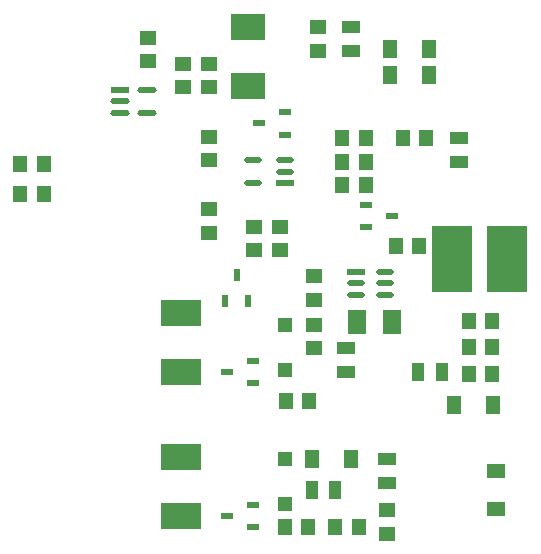
<source format=gtp>
G04*
G04 #@! TF.GenerationSoftware,Altium Limited,Altium Designer,24.10.1 (45)*
G04*
G04 Layer_Color=8421504*
%FSLAX24Y24*%
%MOIN*%
G70*
G04*
G04 #@! TF.SameCoordinates,A2B8B827-00CD-4321-91CD-3D45FF0E1E4C*
G04*
G04*
G04 #@! TF.FilePolarity,Positive*
G04*
G01*
G75*
G04:AMPARAMS|DCode=22|XSize=60.6mil|YSize=19.7mil|CornerRadius=9.8mil|HoleSize=0mil|Usage=FLASHONLY|Rotation=0.000|XOffset=0mil|YOffset=0mil|HoleType=Round|Shape=RoundedRectangle|*
%AMROUNDEDRECTD22*
21,1,0.0606,0.0000,0,0,0.0*
21,1,0.0409,0.0197,0,0,0.0*
1,1,0.0197,0.0205,0.0000*
1,1,0.0197,-0.0205,0.0000*
1,1,0.0197,-0.0205,0.0000*
1,1,0.0197,0.0205,0.0000*
%
%ADD22ROUNDEDRECTD22*%
%ADD23R,0.0606X0.0197*%
%ADD24R,0.0645X0.0197*%
G04:AMPARAMS|DCode=25|XSize=64.5mil|YSize=19.7mil|CornerRadius=9.8mil|HoleSize=0mil|Usage=FLASHONLY|Rotation=0.000|XOffset=0mil|YOffset=0mil|HoleType=Round|Shape=RoundedRectangle|*
%AMROUNDEDRECTD25*
21,1,0.0645,0.0000,0,0,0.0*
21,1,0.0448,0.0197,0,0,0.0*
1,1,0.0197,0.0224,0.0000*
1,1,0.0197,-0.0224,0.0000*
1,1,0.0197,-0.0224,0.0000*
1,1,0.0197,0.0224,0.0000*
%
%ADD25ROUNDEDRECTD25*%
%ADD26R,0.0591X0.0394*%
%ADD27R,0.0394X0.0591*%
%ADD28R,0.0472X0.0591*%
%ADD29R,0.0591X0.0472*%
%ADD30R,0.1181X0.0906*%
%ADD31R,0.1378X0.0906*%
%ADD32R,0.0394X0.0236*%
%ADD33R,0.0236X0.0394*%
%ADD34R,0.0480X0.0472*%
%ADD35R,0.1378X0.2244*%
%ADD36R,0.0551X0.0472*%
%ADD37R,0.0472X0.0551*%
%ADD38R,0.0630X0.0787*%
%ADD39R,0.0472X0.0551*%
%ADD40R,0.0551X0.0472*%
D22*
X12762Y11949D02*
D03*
Y11575D02*
D03*
Y11201D02*
D03*
X11805D02*
D03*
Y11575D02*
D03*
X8354Y14921D02*
D03*
Y15669D02*
D03*
X9409D02*
D03*
Y15295D02*
D03*
D23*
X11805Y11949D02*
D03*
X9409Y14921D02*
D03*
D24*
X3911Y18012D02*
D03*
D25*
Y17638D02*
D03*
Y17264D02*
D03*
X4829D02*
D03*
Y18012D02*
D03*
D26*
X11457Y8622D02*
D03*
Y9409D02*
D03*
X11614Y19331D02*
D03*
Y20118D02*
D03*
X12835Y4921D02*
D03*
Y5709D02*
D03*
X15236Y15630D02*
D03*
Y16417D02*
D03*
D27*
X11102Y4685D02*
D03*
X10315D02*
D03*
X13858Y8622D02*
D03*
X14646D02*
D03*
D28*
X12939Y18504D02*
D03*
X14226D02*
D03*
X12939Y19370D02*
D03*
X14226D02*
D03*
X15065Y7520D02*
D03*
X16352D02*
D03*
X11628Y5709D02*
D03*
X10341D02*
D03*
D29*
X16457Y5329D02*
D03*
Y4041D02*
D03*
D30*
X8189Y18150D02*
D03*
Y20118D02*
D03*
D31*
X5945Y8622D02*
D03*
Y10591D02*
D03*
Y3819D02*
D03*
Y5787D02*
D03*
D32*
X8343Y8252D02*
D03*
Y8992D02*
D03*
X7483Y8622D02*
D03*
X12129Y14189D02*
D03*
Y13449D02*
D03*
X12989Y13819D02*
D03*
X8343Y3449D02*
D03*
Y4189D02*
D03*
X7483Y3819D02*
D03*
X9409Y16535D02*
D03*
Y17275D02*
D03*
X8549Y16905D02*
D03*
D33*
X7441Y10984D02*
D03*
X8181D02*
D03*
X7811Y11844D02*
D03*
D34*
X9409Y8699D02*
D03*
Y10199D02*
D03*
Y4209D02*
D03*
Y5709D02*
D03*
D35*
X16831Y12402D02*
D03*
X14980D02*
D03*
D36*
X10394Y11024D02*
D03*
Y11811D02*
D03*
Y9409D02*
D03*
Y10197D02*
D03*
X4843Y18976D02*
D03*
Y19764D02*
D03*
X10512Y20118D02*
D03*
Y19331D02*
D03*
X6890Y13268D02*
D03*
Y14055D02*
D03*
X9252Y13465D02*
D03*
Y12677D02*
D03*
X6890Y15669D02*
D03*
Y16457D02*
D03*
X12835Y4016D02*
D03*
Y3228D02*
D03*
D37*
X10236Y7638D02*
D03*
X9449D02*
D03*
X12126Y14843D02*
D03*
X11339D02*
D03*
X14134Y16417D02*
D03*
X13346D02*
D03*
X11339Y15630D02*
D03*
X12126D02*
D03*
Y16417D02*
D03*
X11339D02*
D03*
X11102Y3465D02*
D03*
X11890D02*
D03*
X10197Y3449D02*
D03*
X9409D02*
D03*
X16339Y8543D02*
D03*
X15551D02*
D03*
D38*
X12992Y10276D02*
D03*
X11811D02*
D03*
D39*
X13898Y12835D02*
D03*
X13110D02*
D03*
X16339Y9449D02*
D03*
X15551D02*
D03*
X16339Y10315D02*
D03*
X15551D02*
D03*
X1378Y14567D02*
D03*
X591D02*
D03*
X1378Y15551D02*
D03*
X591D02*
D03*
D40*
X6024Y18110D02*
D03*
Y18898D02*
D03*
X6890Y18110D02*
D03*
Y18898D02*
D03*
X8386Y13465D02*
D03*
Y12677D02*
D03*
M02*

</source>
